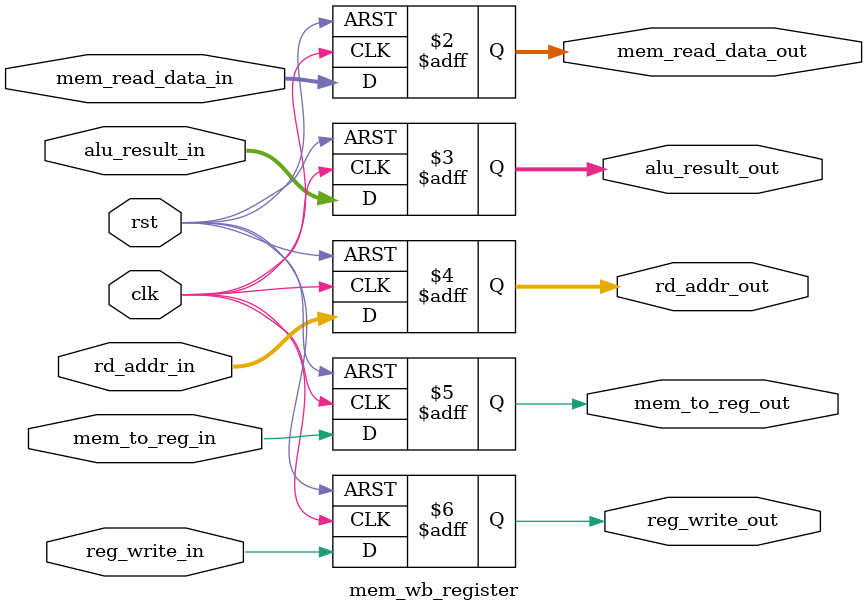
<source format=v>
`timescale 1ns / 1ps

// IF/ID Register
module if_id_register (
    input clk, rst, if_id_write,
    input flush,
    input [31:0] pc_plus_4_in, instruction_in,
    output reg [31:0] pc_plus_4_out, instruction_out
);
    always @(posedge clk or posedge rst) begin
        if (rst) begin
            pc_plus_4_out <= 32'b0;
            instruction_out <= 32'h00000013; // NOP on reset
        end else if (flush) begin
            pc_plus_4_out <= 32'b0;
            instruction_out <= 32'h00000013; // NOP instruction (addi x0, x0, 0)
        end else if (if_id_write) begin
            pc_plus_4_out <= pc_plus_4_in;
            instruction_out <= instruction_in;
        end
    end
endmodule

// ID/EX Register
module id_ex_register (
    input clk, rst, stall,
    input [31:0] pc_plus_4_in, rs1_data_in, rs2_data_in, immediate_in,
    input [4:0] rs1_addr_in, rs2_addr_in, rd_addr_in,
    input [2:0] funct3_in,
    input funct7_in,
    input branch_in, mem_read_in, mem_to_reg_in, mem_write_in, alu_src_in, reg_write_in,
    input [1:0] alu_op_in,
    output reg [31:0] pc_plus_4_out, rs1_data_out, rs2_data_out, immediate_out,
    output reg [4:0] rs1_addr_out, rs2_addr_out, rd_addr_out,
    output reg [2:0] funct3_out,
    output reg funct7_out,
    output reg branch_out, mem_read_out, mem_to_reg_out, mem_write_out, alu_src_out, reg_write_out,
    output reg [1:0] alu_op_out
);
    always @(posedge clk or posedge rst) begin
        if (rst || stall) begin
            pc_plus_4_out <= 32'b0; rs1_data_out <= 32'b0; rs2_data_out <= 32'b0;
            immediate_out <= 32'b0; rs1_addr_out <= 5'b0; rs2_addr_out <= 5'b0;
            rd_addr_out <= 5'b0; funct3_out <= 3'b0; funct7_out <= 1'b0;
            branch_out <= 1'b0; mem_read_out <= 1'b0;
            mem_to_reg_out <= 1'b0; alu_op_out <= 2'b0; mem_write_out <= 1'b0;
            alu_src_out <= 1'b0; reg_write_out <= 1'b0;
        end else begin
            pc_plus_4_out <= pc_plus_4_in; rs1_data_out <= rs1_data_in; rs2_data_out <= rs2_data_in;
            immediate_out <= immediate_in; rs1_addr_out <= rs1_addr_in; rs2_addr_out <= rs2_addr_in;
            rd_addr_out <= rd_addr_in; funct3_out <= funct3_in; funct7_out <= funct7_in;
            branch_out <= branch_in; mem_read_out <= mem_read_in;
            mem_to_reg_out <= mem_to_reg_in; alu_op_out <= alu_op_in; mem_write_out <= mem_write_in;
            alu_src_out <= alu_src_in; reg_write_out <= reg_write_in;
        end
    end
endmodule

// EX/MEM Register
module ex_mem_register (
    input clk, rst,
    input [31:0] alu_result_in, rs2_data_in,
    input [4:0] rd_addr_in,
    input zero_in,
    input mem_read_in, mem_to_reg_in, mem_write_in, reg_write_in,
    output reg [31:0] alu_result_out, rs2_data_out,
    output reg [4:0] rd_addr_out,
    output reg zero_out,
    output reg mem_read_out, mem_to_reg_out, mem_write_out, reg_write_out
);
    always @(posedge clk or posedge rst) begin
        if (rst) begin
            alu_result_out <= 32'b0; rs2_data_out <= 32'b0; rd_addr_out <= 5'b0;
            zero_out <= 1'b0; mem_read_out <= 1'b0; mem_to_reg_out <= 1'b0;
            mem_write_out <= 1'b0; reg_write_out <= 1'b0;
        end else begin
            alu_result_out <= alu_result_in; rs2_data_out <= rs2_data_in; rd_addr_out <= rd_addr_in;
            zero_out <= zero_in; mem_read_out <= mem_read_in; mem_to_reg_out <= mem_to_reg_in;
            mem_write_out <= mem_write_in; reg_write_out <= reg_write_in;
        end
    end
endmodule

// MEM/WB Register
module mem_wb_register (
    input clk, rst,
    input [31:0] mem_read_data_in, alu_result_in,
    input [4:0] rd_addr_in,
    input mem_to_reg_in, reg_write_in,
    output reg [31:0] mem_read_data_out, alu_result_out,
    output reg [4:0] rd_addr_out,
    output reg mem_to_reg_out, reg_write_out
);
    always @(posedge clk or posedge rst) begin
        if (rst) begin
            mem_read_data_out <= 32'b0; alu_result_out <= 32'b0; rd_addr_out <= 5'b0;
            mem_to_reg_out <= 1'b0; reg_write_out <= 1'b0;
        end else begin
            mem_read_data_out <= mem_read_data_in; alu_result_out <= alu_result_in;
            rd_addr_out <= rd_addr_in; mem_to_reg_out <= mem_to_reg_in;
            reg_write_out <= reg_write_in;
        end
    end
endmodule
</source>
